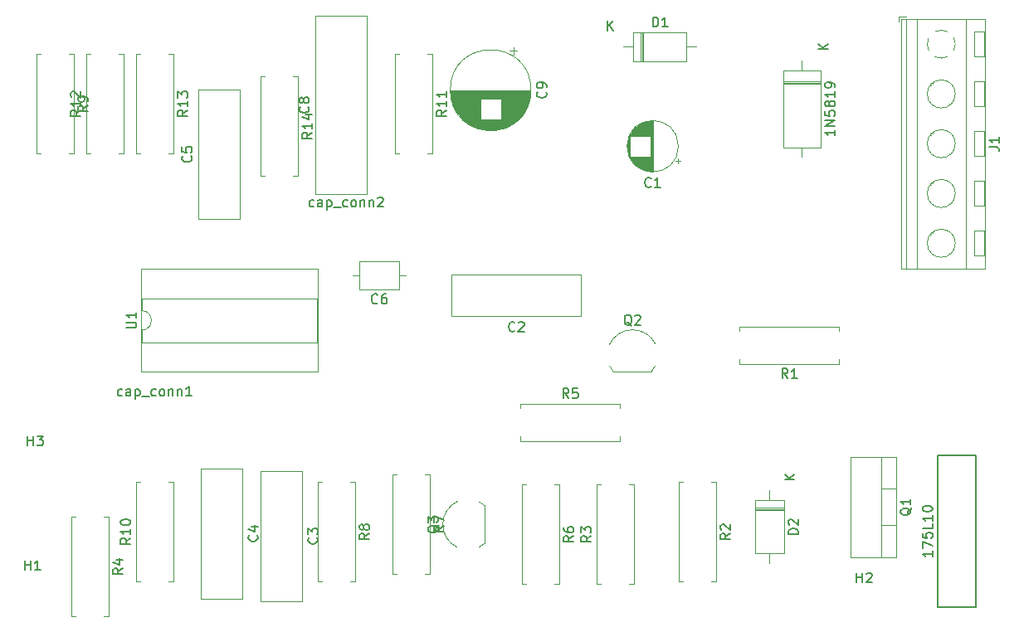
<source format=gbr>
G04 #@! TF.GenerationSoftware,KiCad,Pcbnew,(5.0.1)-4*
G04 #@! TF.CreationDate,2020-04-28T21:10:57-04:00*
G04 #@! TF.ProjectId,EFC_DIY_version,4546435F4449595F76657273696F6E2E,v01*
G04 #@! TF.SameCoordinates,Original*
G04 #@! TF.FileFunction,Legend,Top*
G04 #@! TF.FilePolarity,Positive*
%FSLAX46Y46*%
G04 Gerber Fmt 4.6, Leading zero omitted, Abs format (unit mm)*
G04 Created by KiCad (PCBNEW (5.0.1)-4) date 4/28/2020 9:10:57 PM*
%MOMM*%
%LPD*%
G01*
G04 APERTURE LIST*
%ADD10C,0.120000*%
%ADD11C,0.150000*%
G04 APERTURE END LIST*
D10*
G04 #@! TO.C,D1*
X185512000Y-44250000D02*
X185512000Y-47190000D01*
X185752000Y-44250000D02*
X185752000Y-47190000D01*
X185632000Y-44250000D02*
X185632000Y-47190000D01*
X191192000Y-45720000D02*
X190172000Y-45720000D01*
X183712000Y-45720000D02*
X184732000Y-45720000D01*
X190172000Y-44250000D02*
X184732000Y-44250000D01*
X190172000Y-47190000D02*
X190172000Y-44250000D01*
X184732000Y-47190000D02*
X190172000Y-47190000D01*
X184732000Y-44250000D02*
X184732000Y-47190000D01*
G04 #@! TO.C,D2*
X200098000Y-92022000D02*
X197158000Y-92022000D01*
X197158000Y-92022000D02*
X197158000Y-97462000D01*
X197158000Y-97462000D02*
X200098000Y-97462000D01*
X200098000Y-97462000D02*
X200098000Y-92022000D01*
X198628000Y-91002000D02*
X198628000Y-92022000D01*
X198628000Y-98482000D02*
X198628000Y-97462000D01*
X200098000Y-92922000D02*
X197158000Y-92922000D01*
X200098000Y-93042000D02*
X197158000Y-93042000D01*
X200098000Y-92802000D02*
X197158000Y-92802000D01*
G04 #@! TO.C,Q1*
X211550000Y-87590000D02*
X211550000Y-97830000D01*
X206909000Y-87590000D02*
X206909000Y-97830000D01*
X211550000Y-87590000D02*
X206909000Y-87590000D01*
X211550000Y-97830000D02*
X206909000Y-97830000D01*
X210040000Y-87590000D02*
X210040000Y-97830000D01*
X211550000Y-90860000D02*
X210040000Y-90860000D01*
X211550000Y-94561000D02*
X210040000Y-94561000D01*
G04 #@! TO.C,U1*
X134500000Y-68410000D02*
X134500000Y-78910000D01*
X152520000Y-68410000D02*
X134500000Y-68410000D01*
X152520000Y-78910000D02*
X152520000Y-68410000D01*
X134500000Y-78910000D02*
X152520000Y-78910000D01*
X134560000Y-71410000D02*
X134560000Y-72660000D01*
X152460000Y-71410000D02*
X134560000Y-71410000D01*
X152460000Y-75910000D02*
X152460000Y-71410000D01*
X134560000Y-75910000D02*
X152460000Y-75910000D01*
X134560000Y-74660000D02*
X134560000Y-75910000D01*
X134560000Y-72660000D02*
G75*
G02X134560000Y-74660000I0J-1000000D01*
G01*
G04 #@! TO.C,Q3*
X169006264Y-92185617D02*
G75*
G02X169594000Y-92578000I-1112264J-2302383D01*
G01*
X166795193Y-92131600D02*
G75*
G03X165294000Y-94488000I1098807J-2356400D01*
G01*
X166795193Y-96844400D02*
G75*
G02X165294000Y-94488000I1098807J2356400D01*
G01*
X169016045Y-96810631D02*
G75*
G03X169594000Y-96428000I-1122045J2322631D01*
G01*
X169594000Y-96428000D02*
X169594000Y-92578000D01*
G04 #@! TO.C,Q2*
X186960383Y-78328264D02*
G75*
G02X186568000Y-78916000I-2302383J1112264D01*
G01*
X187014400Y-76117193D02*
G75*
G03X184658000Y-74616000I-2356400J-1098807D01*
G01*
X182301600Y-76117193D02*
G75*
G02X184658000Y-74616000I2356400J-1098807D01*
G01*
X182335369Y-78338045D02*
G75*
G03X182718000Y-78916000I2322631J1122045D01*
G01*
X182718000Y-78916000D02*
X186568000Y-78916000D01*
D11*
G04 #@! TO.C,175L10*
X215790000Y-87440000D02*
X215790000Y-102940000D01*
X219690000Y-87440000D02*
X219690000Y-102940000D01*
X219690000Y-102940000D02*
X215790000Y-102940000D01*
X219690000Y-87440000D02*
X215790000Y-87440000D01*
D10*
G04 #@! TO.C,1N5819*
X203850000Y-48150000D02*
X200010000Y-48150000D01*
X200010000Y-48150000D02*
X200010000Y-55990000D01*
X200010000Y-55990000D02*
X203850000Y-55990000D01*
X203850000Y-55990000D02*
X203850000Y-48150000D01*
X201930000Y-47160000D02*
X201930000Y-48150000D01*
X201930000Y-56980000D02*
X201930000Y-55990000D01*
X203850000Y-49410000D02*
X200010000Y-49410000D01*
X203850000Y-49530000D02*
X200010000Y-49530000D01*
X203850000Y-49290000D02*
X200010000Y-49290000D01*
G04 #@! TO.C,C1*
X189330000Y-55880000D02*
G75*
G03X189330000Y-55880000I-2620000J0D01*
G01*
X186710000Y-58460000D02*
X186710000Y-53300000D01*
X186670000Y-58460000D02*
X186670000Y-53300000D01*
X186630000Y-58459000D02*
X186630000Y-53301000D01*
X186590000Y-58458000D02*
X186590000Y-53302000D01*
X186550000Y-58456000D02*
X186550000Y-53304000D01*
X186510000Y-58453000D02*
X186510000Y-53307000D01*
X186470000Y-58449000D02*
X186470000Y-56920000D01*
X186470000Y-54840000D02*
X186470000Y-53311000D01*
X186430000Y-58445000D02*
X186430000Y-56920000D01*
X186430000Y-54840000D02*
X186430000Y-53315000D01*
X186390000Y-58441000D02*
X186390000Y-56920000D01*
X186390000Y-54840000D02*
X186390000Y-53319000D01*
X186350000Y-58436000D02*
X186350000Y-56920000D01*
X186350000Y-54840000D02*
X186350000Y-53324000D01*
X186310000Y-58430000D02*
X186310000Y-56920000D01*
X186310000Y-54840000D02*
X186310000Y-53330000D01*
X186270000Y-58423000D02*
X186270000Y-56920000D01*
X186270000Y-54840000D02*
X186270000Y-53337000D01*
X186230000Y-58416000D02*
X186230000Y-56920000D01*
X186230000Y-54840000D02*
X186230000Y-53344000D01*
X186190000Y-58408000D02*
X186190000Y-56920000D01*
X186190000Y-54840000D02*
X186190000Y-53352000D01*
X186150000Y-58400000D02*
X186150000Y-56920000D01*
X186150000Y-54840000D02*
X186150000Y-53360000D01*
X186110000Y-58391000D02*
X186110000Y-56920000D01*
X186110000Y-54840000D02*
X186110000Y-53369000D01*
X186070000Y-58381000D02*
X186070000Y-56920000D01*
X186070000Y-54840000D02*
X186070000Y-53379000D01*
X186030000Y-58371000D02*
X186030000Y-56920000D01*
X186030000Y-54840000D02*
X186030000Y-53389000D01*
X185989000Y-58360000D02*
X185989000Y-56920000D01*
X185989000Y-54840000D02*
X185989000Y-53400000D01*
X185949000Y-58348000D02*
X185949000Y-56920000D01*
X185949000Y-54840000D02*
X185949000Y-53412000D01*
X185909000Y-58335000D02*
X185909000Y-56920000D01*
X185909000Y-54840000D02*
X185909000Y-53425000D01*
X185869000Y-58322000D02*
X185869000Y-56920000D01*
X185869000Y-54840000D02*
X185869000Y-53438000D01*
X185829000Y-58308000D02*
X185829000Y-56920000D01*
X185829000Y-54840000D02*
X185829000Y-53452000D01*
X185789000Y-58294000D02*
X185789000Y-56920000D01*
X185789000Y-54840000D02*
X185789000Y-53466000D01*
X185749000Y-58278000D02*
X185749000Y-56920000D01*
X185749000Y-54840000D02*
X185749000Y-53482000D01*
X185709000Y-58262000D02*
X185709000Y-56920000D01*
X185709000Y-54840000D02*
X185709000Y-53498000D01*
X185669000Y-58245000D02*
X185669000Y-56920000D01*
X185669000Y-54840000D02*
X185669000Y-53515000D01*
X185629000Y-58228000D02*
X185629000Y-56920000D01*
X185629000Y-54840000D02*
X185629000Y-53532000D01*
X185589000Y-58209000D02*
X185589000Y-56920000D01*
X185589000Y-54840000D02*
X185589000Y-53551000D01*
X185549000Y-58190000D02*
X185549000Y-56920000D01*
X185549000Y-54840000D02*
X185549000Y-53570000D01*
X185509000Y-58170000D02*
X185509000Y-56920000D01*
X185509000Y-54840000D02*
X185509000Y-53590000D01*
X185469000Y-58148000D02*
X185469000Y-56920000D01*
X185469000Y-54840000D02*
X185469000Y-53612000D01*
X185429000Y-58127000D02*
X185429000Y-56920000D01*
X185429000Y-54840000D02*
X185429000Y-53633000D01*
X185389000Y-58104000D02*
X185389000Y-56920000D01*
X185389000Y-54840000D02*
X185389000Y-53656000D01*
X185349000Y-58080000D02*
X185349000Y-56920000D01*
X185349000Y-54840000D02*
X185349000Y-53680000D01*
X185309000Y-58055000D02*
X185309000Y-56920000D01*
X185309000Y-54840000D02*
X185309000Y-53705000D01*
X185269000Y-58029000D02*
X185269000Y-56920000D01*
X185269000Y-54840000D02*
X185269000Y-53731000D01*
X185229000Y-58002000D02*
X185229000Y-56920000D01*
X185229000Y-54840000D02*
X185229000Y-53758000D01*
X185189000Y-57975000D02*
X185189000Y-56920000D01*
X185189000Y-54840000D02*
X185189000Y-53785000D01*
X185149000Y-57945000D02*
X185149000Y-56920000D01*
X185149000Y-54840000D02*
X185149000Y-53815000D01*
X185109000Y-57915000D02*
X185109000Y-56920000D01*
X185109000Y-54840000D02*
X185109000Y-53845000D01*
X185069000Y-57884000D02*
X185069000Y-56920000D01*
X185069000Y-54840000D02*
X185069000Y-53876000D01*
X185029000Y-57851000D02*
X185029000Y-56920000D01*
X185029000Y-54840000D02*
X185029000Y-53909000D01*
X184989000Y-57817000D02*
X184989000Y-56920000D01*
X184989000Y-54840000D02*
X184989000Y-53943000D01*
X184949000Y-57781000D02*
X184949000Y-56920000D01*
X184949000Y-54840000D02*
X184949000Y-53979000D01*
X184909000Y-57744000D02*
X184909000Y-56920000D01*
X184909000Y-54840000D02*
X184909000Y-54016000D01*
X184869000Y-57706000D02*
X184869000Y-56920000D01*
X184869000Y-54840000D02*
X184869000Y-54054000D01*
X184829000Y-57665000D02*
X184829000Y-56920000D01*
X184829000Y-54840000D02*
X184829000Y-54095000D01*
X184789000Y-57623000D02*
X184789000Y-56920000D01*
X184789000Y-54840000D02*
X184789000Y-54137000D01*
X184749000Y-57579000D02*
X184749000Y-56920000D01*
X184749000Y-54840000D02*
X184749000Y-54181000D01*
X184709000Y-57533000D02*
X184709000Y-56920000D01*
X184709000Y-54840000D02*
X184709000Y-54227000D01*
X184669000Y-57485000D02*
X184669000Y-56920000D01*
X184669000Y-54840000D02*
X184669000Y-54275000D01*
X184629000Y-57434000D02*
X184629000Y-56920000D01*
X184629000Y-54840000D02*
X184629000Y-54326000D01*
X184589000Y-57380000D02*
X184589000Y-56920000D01*
X184589000Y-54840000D02*
X184589000Y-54380000D01*
X184549000Y-57323000D02*
X184549000Y-56920000D01*
X184549000Y-54840000D02*
X184549000Y-54437000D01*
X184509000Y-57263000D02*
X184509000Y-56920000D01*
X184509000Y-54840000D02*
X184509000Y-54497000D01*
X184469000Y-57199000D02*
X184469000Y-56920000D01*
X184469000Y-54840000D02*
X184469000Y-54561000D01*
X184429000Y-57131000D02*
X184429000Y-56920000D01*
X184429000Y-54840000D02*
X184429000Y-54629000D01*
X184389000Y-57058000D02*
X184389000Y-54702000D01*
X184349000Y-56978000D02*
X184349000Y-54782000D01*
X184309000Y-56891000D02*
X184309000Y-54869000D01*
X184269000Y-56795000D02*
X184269000Y-54965000D01*
X184229000Y-56685000D02*
X184229000Y-55075000D01*
X184189000Y-56557000D02*
X184189000Y-55203000D01*
X184149000Y-56398000D02*
X184149000Y-55362000D01*
X184109000Y-56164000D02*
X184109000Y-55596000D01*
X189514775Y-57355000D02*
X189014775Y-57355000D01*
X189264775Y-57605000D02*
X189264775Y-57105000D01*
G04 #@! TO.C,C2*
X166180000Y-73240000D02*
X166180000Y-69000000D01*
X179420000Y-73240000D02*
X179420000Y-69000000D01*
X179420000Y-69000000D02*
X166180000Y-69000000D01*
X179420000Y-73240000D02*
X166180000Y-73240000D01*
G04 #@! TO.C,C3*
X150964000Y-89058000D02*
X150964000Y-102298000D01*
X146724000Y-89058000D02*
X146724000Y-102298000D01*
X150964000Y-89058000D02*
X146724000Y-89058000D01*
X150964000Y-102298000D02*
X146724000Y-102298000D01*
G04 #@! TO.C,C4*
X144868000Y-88804000D02*
X144868000Y-102044000D01*
X140628000Y-88804000D02*
X140628000Y-102044000D01*
X144868000Y-88804000D02*
X140628000Y-88804000D01*
X144868000Y-102044000D02*
X140628000Y-102044000D01*
G04 #@! TO.C,C5*
X140374000Y-50102000D02*
X144614000Y-50102000D01*
X140374000Y-63342000D02*
X144614000Y-63342000D01*
X144614000Y-63342000D02*
X144614000Y-50102000D01*
X140374000Y-63342000D02*
X140374000Y-50102000D01*
G04 #@! TO.C,C6*
X160830000Y-70508000D02*
X160830000Y-67668000D01*
X160830000Y-67668000D02*
X156790000Y-67668000D01*
X156790000Y-67668000D02*
X156790000Y-70508000D01*
X156790000Y-70508000D02*
X160830000Y-70508000D01*
X161520000Y-69088000D02*
X160830000Y-69088000D01*
X156100000Y-69088000D02*
X156790000Y-69088000D01*
G04 #@! TO.C,C8*
X152320000Y-60802000D02*
X152320000Y-42562000D01*
X157560000Y-60802000D02*
X157560000Y-42562000D01*
X152320000Y-60802000D02*
X157560000Y-60802000D01*
X152320000Y-42562000D02*
X157560000Y-42562000D01*
G04 #@! TO.C,C9*
X174300000Y-50160000D02*
G75*
G03X174300000Y-50160000I-4120000J0D01*
G01*
X174260000Y-50160000D02*
X166100000Y-50160000D01*
X174260000Y-50200000D02*
X166100000Y-50200000D01*
X174260000Y-50240000D02*
X166100000Y-50240000D01*
X174259000Y-50280000D02*
X166101000Y-50280000D01*
X174257000Y-50320000D02*
X166103000Y-50320000D01*
X174256000Y-50360000D02*
X166104000Y-50360000D01*
X174254000Y-50400000D02*
X166106000Y-50400000D01*
X174251000Y-50440000D02*
X166109000Y-50440000D01*
X174248000Y-50480000D02*
X166112000Y-50480000D01*
X174245000Y-50520000D02*
X166115000Y-50520000D01*
X174241000Y-50560000D02*
X166119000Y-50560000D01*
X174237000Y-50600000D02*
X166123000Y-50600000D01*
X174232000Y-50640000D02*
X166128000Y-50640000D01*
X174228000Y-50680000D02*
X166132000Y-50680000D01*
X174222000Y-50720000D02*
X166138000Y-50720000D01*
X174217000Y-50760000D02*
X166143000Y-50760000D01*
X174210000Y-50800000D02*
X166150000Y-50800000D01*
X174204000Y-50840000D02*
X166156000Y-50840000D01*
X174197000Y-50881000D02*
X166163000Y-50881000D01*
X174190000Y-50921000D02*
X166170000Y-50921000D01*
X174182000Y-50961000D02*
X166178000Y-50961000D01*
X174174000Y-51001000D02*
X166186000Y-51001000D01*
X174165000Y-51041000D02*
X171220000Y-51041000D01*
X169140000Y-51041000D02*
X166195000Y-51041000D01*
X174156000Y-51081000D02*
X171220000Y-51081000D01*
X169140000Y-51081000D02*
X166204000Y-51081000D01*
X174147000Y-51121000D02*
X171220000Y-51121000D01*
X169140000Y-51121000D02*
X166213000Y-51121000D01*
X174137000Y-51161000D02*
X171220000Y-51161000D01*
X169140000Y-51161000D02*
X166223000Y-51161000D01*
X174127000Y-51201000D02*
X171220000Y-51201000D01*
X169140000Y-51201000D02*
X166233000Y-51201000D01*
X174116000Y-51241000D02*
X171220000Y-51241000D01*
X169140000Y-51241000D02*
X166244000Y-51241000D01*
X174105000Y-51281000D02*
X171220000Y-51281000D01*
X169140000Y-51281000D02*
X166255000Y-51281000D01*
X174094000Y-51321000D02*
X171220000Y-51321000D01*
X169140000Y-51321000D02*
X166266000Y-51321000D01*
X174082000Y-51361000D02*
X171220000Y-51361000D01*
X169140000Y-51361000D02*
X166278000Y-51361000D01*
X174069000Y-51401000D02*
X171220000Y-51401000D01*
X169140000Y-51401000D02*
X166291000Y-51401000D01*
X174057000Y-51441000D02*
X171220000Y-51441000D01*
X169140000Y-51441000D02*
X166303000Y-51441000D01*
X174043000Y-51481000D02*
X171220000Y-51481000D01*
X169140000Y-51481000D02*
X166317000Y-51481000D01*
X174030000Y-51521000D02*
X171220000Y-51521000D01*
X169140000Y-51521000D02*
X166330000Y-51521000D01*
X174015000Y-51561000D02*
X171220000Y-51561000D01*
X169140000Y-51561000D02*
X166345000Y-51561000D01*
X174001000Y-51601000D02*
X171220000Y-51601000D01*
X169140000Y-51601000D02*
X166359000Y-51601000D01*
X173985000Y-51641000D02*
X171220000Y-51641000D01*
X169140000Y-51641000D02*
X166375000Y-51641000D01*
X173970000Y-51681000D02*
X171220000Y-51681000D01*
X169140000Y-51681000D02*
X166390000Y-51681000D01*
X173954000Y-51721000D02*
X171220000Y-51721000D01*
X169140000Y-51721000D02*
X166406000Y-51721000D01*
X173937000Y-51761000D02*
X171220000Y-51761000D01*
X169140000Y-51761000D02*
X166423000Y-51761000D01*
X173920000Y-51801000D02*
X171220000Y-51801000D01*
X169140000Y-51801000D02*
X166440000Y-51801000D01*
X173902000Y-51841000D02*
X171220000Y-51841000D01*
X169140000Y-51841000D02*
X166458000Y-51841000D01*
X173884000Y-51881000D02*
X171220000Y-51881000D01*
X169140000Y-51881000D02*
X166476000Y-51881000D01*
X173866000Y-51921000D02*
X171220000Y-51921000D01*
X169140000Y-51921000D02*
X166494000Y-51921000D01*
X173846000Y-51961000D02*
X171220000Y-51961000D01*
X169140000Y-51961000D02*
X166514000Y-51961000D01*
X173827000Y-52001000D02*
X171220000Y-52001000D01*
X169140000Y-52001000D02*
X166533000Y-52001000D01*
X173807000Y-52041000D02*
X171220000Y-52041000D01*
X169140000Y-52041000D02*
X166553000Y-52041000D01*
X173786000Y-52081000D02*
X171220000Y-52081000D01*
X169140000Y-52081000D02*
X166574000Y-52081000D01*
X173764000Y-52121000D02*
X171220000Y-52121000D01*
X169140000Y-52121000D02*
X166596000Y-52121000D01*
X173742000Y-52161000D02*
X171220000Y-52161000D01*
X169140000Y-52161000D02*
X166618000Y-52161000D01*
X173720000Y-52201000D02*
X171220000Y-52201000D01*
X169140000Y-52201000D02*
X166640000Y-52201000D01*
X173697000Y-52241000D02*
X171220000Y-52241000D01*
X169140000Y-52241000D02*
X166663000Y-52241000D01*
X173673000Y-52281000D02*
X171220000Y-52281000D01*
X169140000Y-52281000D02*
X166687000Y-52281000D01*
X173649000Y-52321000D02*
X171220000Y-52321000D01*
X169140000Y-52321000D02*
X166711000Y-52321000D01*
X173624000Y-52361000D02*
X171220000Y-52361000D01*
X169140000Y-52361000D02*
X166736000Y-52361000D01*
X173598000Y-52401000D02*
X171220000Y-52401000D01*
X169140000Y-52401000D02*
X166762000Y-52401000D01*
X173572000Y-52441000D02*
X171220000Y-52441000D01*
X169140000Y-52441000D02*
X166788000Y-52441000D01*
X173545000Y-52481000D02*
X171220000Y-52481000D01*
X169140000Y-52481000D02*
X166815000Y-52481000D01*
X173518000Y-52521000D02*
X171220000Y-52521000D01*
X169140000Y-52521000D02*
X166842000Y-52521000D01*
X173489000Y-52561000D02*
X171220000Y-52561000D01*
X169140000Y-52561000D02*
X166871000Y-52561000D01*
X173460000Y-52601000D02*
X171220000Y-52601000D01*
X169140000Y-52601000D02*
X166900000Y-52601000D01*
X173430000Y-52641000D02*
X171220000Y-52641000D01*
X169140000Y-52641000D02*
X166930000Y-52641000D01*
X173400000Y-52681000D02*
X171220000Y-52681000D01*
X169140000Y-52681000D02*
X166960000Y-52681000D01*
X173369000Y-52721000D02*
X171220000Y-52721000D01*
X169140000Y-52721000D02*
X166991000Y-52721000D01*
X173336000Y-52761000D02*
X171220000Y-52761000D01*
X169140000Y-52761000D02*
X167024000Y-52761000D01*
X173304000Y-52801000D02*
X171220000Y-52801000D01*
X169140000Y-52801000D02*
X167056000Y-52801000D01*
X173270000Y-52841000D02*
X171220000Y-52841000D01*
X169140000Y-52841000D02*
X167090000Y-52841000D01*
X173235000Y-52881000D02*
X171220000Y-52881000D01*
X169140000Y-52881000D02*
X167125000Y-52881000D01*
X173199000Y-52921000D02*
X171220000Y-52921000D01*
X169140000Y-52921000D02*
X167161000Y-52921000D01*
X173163000Y-52961000D02*
X171220000Y-52961000D01*
X169140000Y-52961000D02*
X167197000Y-52961000D01*
X173125000Y-53001000D02*
X171220000Y-53001000D01*
X169140000Y-53001000D02*
X167235000Y-53001000D01*
X173087000Y-53041000D02*
X171220000Y-53041000D01*
X169140000Y-53041000D02*
X167273000Y-53041000D01*
X173047000Y-53081000D02*
X171220000Y-53081000D01*
X169140000Y-53081000D02*
X167313000Y-53081000D01*
X173006000Y-53121000D02*
X167354000Y-53121000D01*
X172964000Y-53161000D02*
X167396000Y-53161000D01*
X172921000Y-53201000D02*
X167439000Y-53201000D01*
X172877000Y-53241000D02*
X167483000Y-53241000D01*
X172831000Y-53281000D02*
X167529000Y-53281000D01*
X172784000Y-53321000D02*
X167576000Y-53321000D01*
X172736000Y-53361000D02*
X167624000Y-53361000D01*
X172685000Y-53401000D02*
X167675000Y-53401000D01*
X172634000Y-53441000D02*
X167726000Y-53441000D01*
X172580000Y-53481000D02*
X167780000Y-53481000D01*
X172525000Y-53521000D02*
X167835000Y-53521000D01*
X172467000Y-53561000D02*
X167893000Y-53561000D01*
X172408000Y-53601000D02*
X167952000Y-53601000D01*
X172346000Y-53641000D02*
X168014000Y-53641000D01*
X172282000Y-53681000D02*
X168078000Y-53681000D01*
X172214000Y-53721000D02*
X168146000Y-53721000D01*
X172144000Y-53761000D02*
X168216000Y-53761000D01*
X172070000Y-53801000D02*
X168290000Y-53801000D01*
X171993000Y-53841000D02*
X168367000Y-53841000D01*
X171911000Y-53881000D02*
X168449000Y-53881000D01*
X171825000Y-53921000D02*
X168535000Y-53921000D01*
X171732000Y-53961000D02*
X168628000Y-53961000D01*
X171633000Y-54001000D02*
X168727000Y-54001000D01*
X171526000Y-54041000D02*
X168834000Y-54041000D01*
X171409000Y-54081000D02*
X168951000Y-54081000D01*
X171278000Y-54121000D02*
X169082000Y-54121000D01*
X171128000Y-54161000D02*
X169232000Y-54161000D01*
X170948000Y-54201000D02*
X169412000Y-54201000D01*
X170713000Y-54241000D02*
X169647000Y-54241000D01*
X172495000Y-45750302D02*
X172495000Y-46550302D01*
X172895000Y-46150302D02*
X172095000Y-46150302D01*
G04 #@! TO.C,J1*
X214868725Y-46092871D02*
G75*
G02X214724000Y-45466000I1285275J626871D01*
G01*
X216781362Y-46751824D02*
G75*
G02X215527000Y-46752000I-627362J1285824D01*
G01*
X217439824Y-44838638D02*
G75*
G02X217440000Y-46093000I-1285824J-627362D01*
G01*
X215527254Y-44179389D02*
G75*
G02X216782000Y-44180000I626746J-1286611D01*
G01*
X214723060Y-45490280D02*
G75*
G02X214868000Y-44838000I1430940J24280D01*
G01*
X217584000Y-50546000D02*
G75*
G03X217584000Y-50546000I-1430000J0D01*
G01*
X217584000Y-55626000D02*
G75*
G03X217584000Y-55626000I-1430000J0D01*
G01*
X217584000Y-60706000D02*
G75*
G03X217584000Y-60706000I-1430000J0D01*
G01*
X217584000Y-65786000D02*
G75*
G03X217584000Y-65786000I-1430000J0D01*
G01*
X212604000Y-42866000D02*
X212604000Y-68386000D01*
X213704000Y-42866000D02*
X213704000Y-68386000D01*
X218704000Y-42866000D02*
X218704000Y-68386000D01*
X220614000Y-42866000D02*
X220614000Y-68386000D01*
X212044000Y-42866000D02*
X212044000Y-68386000D01*
X220614000Y-42866000D02*
X212044000Y-42866000D01*
X220614000Y-68386000D02*
X212044000Y-68386000D01*
X220554000Y-44216000D02*
X220554000Y-46716000D01*
X219554000Y-44216000D02*
X219554000Y-46716000D01*
X220554000Y-44216000D02*
X219554000Y-44216000D01*
X220554000Y-46716000D02*
X219554000Y-46716000D01*
X217064000Y-51631000D02*
X217005000Y-51571000D01*
X215109000Y-49676000D02*
X215069000Y-49636000D01*
X217239000Y-51457000D02*
X217199000Y-51417000D01*
X215304000Y-49522000D02*
X215244000Y-49462000D01*
X220554000Y-49296000D02*
X220554000Y-51796000D01*
X219554000Y-49296000D02*
X219554000Y-51796000D01*
X220554000Y-49296000D02*
X219554000Y-49296000D01*
X220554000Y-51796000D02*
X219554000Y-51796000D01*
X217064000Y-56711000D02*
X217005000Y-56651000D01*
X215109000Y-54756000D02*
X215069000Y-54716000D01*
X217239000Y-56537000D02*
X217199000Y-56497000D01*
X215304000Y-54602000D02*
X215244000Y-54542000D01*
X220554000Y-54376000D02*
X220554000Y-56876000D01*
X219554000Y-54376000D02*
X219554000Y-56876000D01*
X220554000Y-54376000D02*
X219554000Y-54376000D01*
X220554000Y-56876000D02*
X219554000Y-56876000D01*
X217064000Y-61791000D02*
X217005000Y-61731000D01*
X215109000Y-59836000D02*
X215069000Y-59796000D01*
X217239000Y-61617000D02*
X217199000Y-61577000D01*
X215304000Y-59682000D02*
X215244000Y-59622000D01*
X220554000Y-59456000D02*
X220554000Y-61956000D01*
X219554000Y-59456000D02*
X219554000Y-61956000D01*
X220554000Y-59456000D02*
X219554000Y-59456000D01*
X220554000Y-61956000D02*
X219554000Y-61956000D01*
X217064000Y-66871000D02*
X217005000Y-66811000D01*
X215109000Y-64916000D02*
X215069000Y-64876000D01*
X217239000Y-66697000D02*
X217199000Y-66657000D01*
X215304000Y-64762000D02*
X215244000Y-64702000D01*
X220554000Y-64536000D02*
X220554000Y-67036000D01*
X219554000Y-64536000D02*
X219554000Y-67036000D01*
X220554000Y-64536000D02*
X219554000Y-64536000D01*
X220554000Y-67036000D02*
X219554000Y-67036000D01*
X212544000Y-42626000D02*
X211804000Y-42626000D01*
X211804000Y-42626000D02*
X211804000Y-43126000D01*
G04 #@! TO.C,R1*
X205730000Y-77640000D02*
X205730000Y-78120000D01*
X205730000Y-78120000D02*
X195590000Y-78120000D01*
X195590000Y-78120000D02*
X195590000Y-77640000D01*
X205730000Y-74760000D02*
X205730000Y-74280000D01*
X205730000Y-74280000D02*
X195590000Y-74280000D01*
X195590000Y-74280000D02*
X195590000Y-74760000D01*
G04 #@! TO.C,R2*
X192702000Y-90180000D02*
X193182000Y-90180000D01*
X193182000Y-90180000D02*
X193182000Y-100320000D01*
X193182000Y-100320000D02*
X192702000Y-100320000D01*
X189822000Y-90180000D02*
X189342000Y-90180000D01*
X189342000Y-90180000D02*
X189342000Y-100320000D01*
X189342000Y-100320000D02*
X189822000Y-100320000D01*
G04 #@! TO.C,R3*
X184800000Y-90434000D02*
X184320000Y-90434000D01*
X184800000Y-100574000D02*
X184800000Y-90434000D01*
X184320000Y-100574000D02*
X184800000Y-100574000D01*
X180960000Y-90434000D02*
X181440000Y-90434000D01*
X180960000Y-100574000D02*
X180960000Y-90434000D01*
X181440000Y-100574000D02*
X180960000Y-100574000D01*
G04 #@! TO.C,R4*
X127366000Y-103876000D02*
X127846000Y-103876000D01*
X127366000Y-93736000D02*
X127366000Y-103876000D01*
X127846000Y-93736000D02*
X127366000Y-93736000D01*
X131206000Y-103876000D02*
X130726000Y-103876000D01*
X131206000Y-93736000D02*
X131206000Y-103876000D01*
X130726000Y-93736000D02*
X131206000Y-93736000D01*
G04 #@! TO.C,R5*
X183378000Y-85994000D02*
X183378000Y-85514000D01*
X173238000Y-85994000D02*
X183378000Y-85994000D01*
X173238000Y-85514000D02*
X173238000Y-85994000D01*
X183378000Y-82154000D02*
X183378000Y-82634000D01*
X173238000Y-82154000D02*
X183378000Y-82154000D01*
X173238000Y-82634000D02*
X173238000Y-82154000D01*
G04 #@! TO.C,R6*
X176700000Y-90434000D02*
X177180000Y-90434000D01*
X177180000Y-90434000D02*
X177180000Y-100574000D01*
X177180000Y-100574000D02*
X176700000Y-100574000D01*
X173820000Y-90434000D02*
X173340000Y-90434000D01*
X173340000Y-90434000D02*
X173340000Y-100574000D01*
X173340000Y-100574000D02*
X173820000Y-100574000D01*
G04 #@! TO.C,R7*
X163492000Y-89418000D02*
X163972000Y-89418000D01*
X163972000Y-89418000D02*
X163972000Y-99558000D01*
X163972000Y-99558000D02*
X163492000Y-99558000D01*
X160612000Y-89418000D02*
X160132000Y-89418000D01*
X160132000Y-89418000D02*
X160132000Y-99558000D01*
X160132000Y-99558000D02*
X160612000Y-99558000D01*
G04 #@! TO.C,R8*
X152512000Y-100320000D02*
X152992000Y-100320000D01*
X152512000Y-90180000D02*
X152512000Y-100320000D01*
X152992000Y-90180000D02*
X152512000Y-90180000D01*
X156352000Y-100320000D02*
X155872000Y-100320000D01*
X156352000Y-90180000D02*
X156352000Y-100320000D01*
X155872000Y-90180000D02*
X156352000Y-90180000D01*
G04 #@! TO.C,R9*
X127170000Y-46492000D02*
X127650000Y-46492000D01*
X127650000Y-46492000D02*
X127650000Y-56632000D01*
X127650000Y-56632000D02*
X127170000Y-56632000D01*
X124290000Y-46492000D02*
X123810000Y-46492000D01*
X123810000Y-46492000D02*
X123810000Y-56632000D01*
X123810000Y-56632000D02*
X124290000Y-56632000D01*
G04 #@! TO.C,R10*
X137810000Y-90180000D02*
X137330000Y-90180000D01*
X137810000Y-100320000D02*
X137810000Y-90180000D01*
X137330000Y-100320000D02*
X137810000Y-100320000D01*
X133970000Y-90180000D02*
X134450000Y-90180000D01*
X133970000Y-100320000D02*
X133970000Y-90180000D01*
X134450000Y-100320000D02*
X133970000Y-100320000D01*
G04 #@! TO.C,R11*
X160386000Y-56632000D02*
X160866000Y-56632000D01*
X160386000Y-46492000D02*
X160386000Y-56632000D01*
X160866000Y-46492000D02*
X160386000Y-46492000D01*
X164226000Y-56632000D02*
X163746000Y-56632000D01*
X164226000Y-46492000D02*
X164226000Y-56632000D01*
X163746000Y-46492000D02*
X164226000Y-46492000D01*
G04 #@! TO.C,R12*
X129370000Y-56632000D02*
X128890000Y-56632000D01*
X128890000Y-56632000D02*
X128890000Y-46492000D01*
X128890000Y-46492000D02*
X129370000Y-46492000D01*
X132250000Y-56632000D02*
X132730000Y-56632000D01*
X132730000Y-56632000D02*
X132730000Y-46492000D01*
X132730000Y-46492000D02*
X132250000Y-46492000D01*
G04 #@! TO.C,R13*
X137330000Y-46492000D02*
X137810000Y-46492000D01*
X137810000Y-46492000D02*
X137810000Y-56632000D01*
X137810000Y-56632000D02*
X137330000Y-56632000D01*
X134450000Y-46492000D02*
X133970000Y-46492000D01*
X133970000Y-46492000D02*
X133970000Y-56632000D01*
X133970000Y-56632000D02*
X134450000Y-56632000D01*
G04 #@! TO.C,R14*
X146670000Y-58918000D02*
X147150000Y-58918000D01*
X146670000Y-48778000D02*
X146670000Y-58918000D01*
X147150000Y-48778000D02*
X146670000Y-48778000D01*
X150510000Y-58918000D02*
X150030000Y-58918000D01*
X150510000Y-48778000D02*
X150510000Y-58918000D01*
X150030000Y-48778000D02*
X150510000Y-48778000D01*
G04 #@! TO.C,D1*
D11*
X186713904Y-43702380D02*
X186713904Y-42702380D01*
X186952000Y-42702380D01*
X187094857Y-42750000D01*
X187190095Y-42845238D01*
X187237714Y-42940476D01*
X187285333Y-43130952D01*
X187285333Y-43273809D01*
X187237714Y-43464285D01*
X187190095Y-43559523D01*
X187094857Y-43654761D01*
X186952000Y-43702380D01*
X186713904Y-43702380D01*
X188237714Y-43702380D02*
X187666285Y-43702380D01*
X187952000Y-43702380D02*
X187952000Y-42702380D01*
X187856761Y-42845238D01*
X187761523Y-42940476D01*
X187666285Y-42988095D01*
X182110095Y-44072380D02*
X182110095Y-43072380D01*
X182681523Y-44072380D02*
X182252952Y-43500952D01*
X182681523Y-43072380D02*
X182110095Y-43643809D01*
G04 #@! TO.C,D2*
X201550380Y-95480095D02*
X200550380Y-95480095D01*
X200550380Y-95242000D01*
X200598000Y-95099142D01*
X200693238Y-95003904D01*
X200788476Y-94956285D01*
X200978952Y-94908666D01*
X201121809Y-94908666D01*
X201312285Y-94956285D01*
X201407523Y-95003904D01*
X201502761Y-95099142D01*
X201550380Y-95242000D01*
X201550380Y-95480095D01*
X200645619Y-94527714D02*
X200598000Y-94480095D01*
X200550380Y-94384857D01*
X200550380Y-94146761D01*
X200598000Y-94051523D01*
X200645619Y-94003904D01*
X200740857Y-93956285D01*
X200836095Y-93956285D01*
X200978952Y-94003904D01*
X201550380Y-94575333D01*
X201550380Y-93956285D01*
X201180380Y-89923904D02*
X200180380Y-89923904D01*
X201180380Y-89352476D02*
X200608952Y-89781047D01*
X200180380Y-89352476D02*
X200751809Y-89923904D01*
G04 #@! TO.C,Q1*
X213097619Y-92805238D02*
X213050000Y-92900476D01*
X212954761Y-92995714D01*
X212811904Y-93138571D01*
X212764285Y-93233809D01*
X212764285Y-93329047D01*
X213002380Y-93281428D02*
X212954761Y-93376666D01*
X212859523Y-93471904D01*
X212669047Y-93519523D01*
X212335714Y-93519523D01*
X212145238Y-93471904D01*
X212050000Y-93376666D01*
X212002380Y-93281428D01*
X212002380Y-93090952D01*
X212050000Y-92995714D01*
X212145238Y-92900476D01*
X212335714Y-92852857D01*
X212669047Y-92852857D01*
X212859523Y-92900476D01*
X212954761Y-92995714D01*
X213002380Y-93090952D01*
X213002380Y-93281428D01*
X213002380Y-91900476D02*
X213002380Y-92471904D01*
X213002380Y-92186190D02*
X212002380Y-92186190D01*
X212145238Y-92281428D01*
X212240476Y-92376666D01*
X212288095Y-92471904D01*
G04 #@! TO.C,U1*
X133012380Y-74421904D02*
X133821904Y-74421904D01*
X133917142Y-74374285D01*
X133964761Y-74326666D01*
X134012380Y-74231428D01*
X134012380Y-74040952D01*
X133964761Y-73945714D01*
X133917142Y-73898095D01*
X133821904Y-73850476D01*
X133012380Y-73850476D01*
X134012380Y-72850476D02*
X134012380Y-73421904D01*
X134012380Y-73136190D02*
X133012380Y-73136190D01*
X133155238Y-73231428D01*
X133250476Y-73326666D01*
X133298095Y-73421904D01*
G04 #@! TO.C,Q3*
X164881619Y-94583238D02*
X164834000Y-94678476D01*
X164738761Y-94773714D01*
X164595904Y-94916571D01*
X164548285Y-95011809D01*
X164548285Y-95107047D01*
X164786380Y-95059428D02*
X164738761Y-95154666D01*
X164643523Y-95249904D01*
X164453047Y-95297523D01*
X164119714Y-95297523D01*
X163929238Y-95249904D01*
X163834000Y-95154666D01*
X163786380Y-95059428D01*
X163786380Y-94868952D01*
X163834000Y-94773714D01*
X163929238Y-94678476D01*
X164119714Y-94630857D01*
X164453047Y-94630857D01*
X164643523Y-94678476D01*
X164738761Y-94773714D01*
X164786380Y-94868952D01*
X164786380Y-95059428D01*
X163786380Y-94297523D02*
X163786380Y-93678476D01*
X164167333Y-94011809D01*
X164167333Y-93868952D01*
X164214952Y-93773714D01*
X164262571Y-93726095D01*
X164357809Y-93678476D01*
X164595904Y-93678476D01*
X164691142Y-93726095D01*
X164738761Y-93773714D01*
X164786380Y-93868952D01*
X164786380Y-94154666D01*
X164738761Y-94249904D01*
X164691142Y-94297523D01*
G04 #@! TO.C,Q2*
X184562761Y-74203619D02*
X184467523Y-74156000D01*
X184372285Y-74060761D01*
X184229428Y-73917904D01*
X184134190Y-73870285D01*
X184038952Y-73870285D01*
X184086571Y-74108380D02*
X183991333Y-74060761D01*
X183896095Y-73965523D01*
X183848476Y-73775047D01*
X183848476Y-73441714D01*
X183896095Y-73251238D01*
X183991333Y-73156000D01*
X184086571Y-73108380D01*
X184277047Y-73108380D01*
X184372285Y-73156000D01*
X184467523Y-73251238D01*
X184515142Y-73441714D01*
X184515142Y-73775047D01*
X184467523Y-73965523D01*
X184372285Y-74060761D01*
X184277047Y-74108380D01*
X184086571Y-74108380D01*
X184896095Y-73203619D02*
X184943714Y-73156000D01*
X185038952Y-73108380D01*
X185277047Y-73108380D01*
X185372285Y-73156000D01*
X185419904Y-73203619D01*
X185467523Y-73298857D01*
X185467523Y-73394095D01*
X185419904Y-73536952D01*
X184848476Y-74108380D01*
X185467523Y-74108380D01*
G04 #@! TO.C,175L10*
X215242380Y-97213809D02*
X215242380Y-97785238D01*
X215242380Y-97499523D02*
X214242380Y-97499523D01*
X214385238Y-97594761D01*
X214480476Y-97690000D01*
X214528095Y-97785238D01*
X214242380Y-96880476D02*
X214242380Y-96213809D01*
X215242380Y-96642380D01*
X214242380Y-95356666D02*
X214242380Y-95832857D01*
X214718571Y-95880476D01*
X214670952Y-95832857D01*
X214623333Y-95737619D01*
X214623333Y-95499523D01*
X214670952Y-95404285D01*
X214718571Y-95356666D01*
X214813809Y-95309047D01*
X215051904Y-95309047D01*
X215147142Y-95356666D01*
X215194761Y-95404285D01*
X215242380Y-95499523D01*
X215242380Y-95737619D01*
X215194761Y-95832857D01*
X215147142Y-95880476D01*
X215242380Y-94404285D02*
X215242380Y-94880476D01*
X214242380Y-94880476D01*
X215242380Y-93547142D02*
X215242380Y-94118571D01*
X215242380Y-93832857D02*
X214242380Y-93832857D01*
X214385238Y-93928095D01*
X214480476Y-94023333D01*
X214528095Y-94118571D01*
X214242380Y-92928095D02*
X214242380Y-92832857D01*
X214290000Y-92737619D01*
X214337619Y-92690000D01*
X214432857Y-92642380D01*
X214623333Y-92594761D01*
X214861428Y-92594761D01*
X215051904Y-92642380D01*
X215147142Y-92690000D01*
X215194761Y-92737619D01*
X215242380Y-92832857D01*
X215242380Y-92928095D01*
X215194761Y-93023333D01*
X215147142Y-93070952D01*
X215051904Y-93118571D01*
X214861428Y-93166190D01*
X214623333Y-93166190D01*
X214432857Y-93118571D01*
X214337619Y-93070952D01*
X214290000Y-93023333D01*
X214242380Y-92928095D01*
G04 #@! TO.C,1N5819*
X205302380Y-54212857D02*
X205302380Y-54784285D01*
X205302380Y-54498571D02*
X204302380Y-54498571D01*
X204445238Y-54593809D01*
X204540476Y-54689047D01*
X204588095Y-54784285D01*
X205302380Y-53784285D02*
X204302380Y-53784285D01*
X205302380Y-53212857D01*
X204302380Y-53212857D01*
X204302380Y-52260476D02*
X204302380Y-52736666D01*
X204778571Y-52784285D01*
X204730952Y-52736666D01*
X204683333Y-52641428D01*
X204683333Y-52403333D01*
X204730952Y-52308095D01*
X204778571Y-52260476D01*
X204873809Y-52212857D01*
X205111904Y-52212857D01*
X205207142Y-52260476D01*
X205254761Y-52308095D01*
X205302380Y-52403333D01*
X205302380Y-52641428D01*
X205254761Y-52736666D01*
X205207142Y-52784285D01*
X204730952Y-51641428D02*
X204683333Y-51736666D01*
X204635714Y-51784285D01*
X204540476Y-51831904D01*
X204492857Y-51831904D01*
X204397619Y-51784285D01*
X204350000Y-51736666D01*
X204302380Y-51641428D01*
X204302380Y-51450952D01*
X204350000Y-51355714D01*
X204397619Y-51308095D01*
X204492857Y-51260476D01*
X204540476Y-51260476D01*
X204635714Y-51308095D01*
X204683333Y-51355714D01*
X204730952Y-51450952D01*
X204730952Y-51641428D01*
X204778571Y-51736666D01*
X204826190Y-51784285D01*
X204921428Y-51831904D01*
X205111904Y-51831904D01*
X205207142Y-51784285D01*
X205254761Y-51736666D01*
X205302380Y-51641428D01*
X205302380Y-51450952D01*
X205254761Y-51355714D01*
X205207142Y-51308095D01*
X205111904Y-51260476D01*
X204921428Y-51260476D01*
X204826190Y-51308095D01*
X204778571Y-51355714D01*
X204730952Y-51450952D01*
X205302380Y-50308095D02*
X205302380Y-50879523D01*
X205302380Y-50593809D02*
X204302380Y-50593809D01*
X204445238Y-50689047D01*
X204540476Y-50784285D01*
X204588095Y-50879523D01*
X205302380Y-49831904D02*
X205302380Y-49641428D01*
X205254761Y-49546190D01*
X205207142Y-49498571D01*
X205064285Y-49403333D01*
X204873809Y-49355714D01*
X204492857Y-49355714D01*
X204397619Y-49403333D01*
X204350000Y-49450952D01*
X204302380Y-49546190D01*
X204302380Y-49736666D01*
X204350000Y-49831904D01*
X204397619Y-49879523D01*
X204492857Y-49927142D01*
X204730952Y-49927142D01*
X204826190Y-49879523D01*
X204873809Y-49831904D01*
X204921428Y-49736666D01*
X204921428Y-49546190D01*
X204873809Y-49450952D01*
X204826190Y-49403333D01*
X204730952Y-49355714D01*
X204582380Y-45981904D02*
X203582380Y-45981904D01*
X204582380Y-45410476D02*
X204010952Y-45839047D01*
X203582380Y-45410476D02*
X204153809Y-45981904D01*
G04 #@! TO.C,C1*
X186543333Y-59987142D02*
X186495714Y-60034761D01*
X186352857Y-60082380D01*
X186257619Y-60082380D01*
X186114761Y-60034761D01*
X186019523Y-59939523D01*
X185971904Y-59844285D01*
X185924285Y-59653809D01*
X185924285Y-59510952D01*
X185971904Y-59320476D01*
X186019523Y-59225238D01*
X186114761Y-59130000D01*
X186257619Y-59082380D01*
X186352857Y-59082380D01*
X186495714Y-59130000D01*
X186543333Y-59177619D01*
X187495714Y-60082380D02*
X186924285Y-60082380D01*
X187210000Y-60082380D02*
X187210000Y-59082380D01*
X187114761Y-59225238D01*
X187019523Y-59320476D01*
X186924285Y-59368095D01*
G04 #@! TO.C,C2*
X172633333Y-74727142D02*
X172585714Y-74774761D01*
X172442857Y-74822380D01*
X172347619Y-74822380D01*
X172204761Y-74774761D01*
X172109523Y-74679523D01*
X172061904Y-74584285D01*
X172014285Y-74393809D01*
X172014285Y-74250952D01*
X172061904Y-74060476D01*
X172109523Y-73965238D01*
X172204761Y-73870000D01*
X172347619Y-73822380D01*
X172442857Y-73822380D01*
X172585714Y-73870000D01*
X172633333Y-73917619D01*
X173014285Y-73917619D02*
X173061904Y-73870000D01*
X173157142Y-73822380D01*
X173395238Y-73822380D01*
X173490476Y-73870000D01*
X173538095Y-73917619D01*
X173585714Y-74012857D01*
X173585714Y-74108095D01*
X173538095Y-74250952D01*
X172966666Y-74822380D01*
X173585714Y-74822380D01*
G04 #@! TO.C,C3*
X152451142Y-95844666D02*
X152498761Y-95892285D01*
X152546380Y-96035142D01*
X152546380Y-96130380D01*
X152498761Y-96273238D01*
X152403523Y-96368476D01*
X152308285Y-96416095D01*
X152117809Y-96463714D01*
X151974952Y-96463714D01*
X151784476Y-96416095D01*
X151689238Y-96368476D01*
X151594000Y-96273238D01*
X151546380Y-96130380D01*
X151546380Y-96035142D01*
X151594000Y-95892285D01*
X151641619Y-95844666D01*
X151546380Y-95511333D02*
X151546380Y-94892285D01*
X151927333Y-95225619D01*
X151927333Y-95082761D01*
X151974952Y-94987523D01*
X152022571Y-94939904D01*
X152117809Y-94892285D01*
X152355904Y-94892285D01*
X152451142Y-94939904D01*
X152498761Y-94987523D01*
X152546380Y-95082761D01*
X152546380Y-95368476D01*
X152498761Y-95463714D01*
X152451142Y-95511333D01*
G04 #@! TO.C,C4*
X146355142Y-95590666D02*
X146402761Y-95638285D01*
X146450380Y-95781142D01*
X146450380Y-95876380D01*
X146402761Y-96019238D01*
X146307523Y-96114476D01*
X146212285Y-96162095D01*
X146021809Y-96209714D01*
X145878952Y-96209714D01*
X145688476Y-96162095D01*
X145593238Y-96114476D01*
X145498000Y-96019238D01*
X145450380Y-95876380D01*
X145450380Y-95781142D01*
X145498000Y-95638285D01*
X145545619Y-95590666D01*
X145783714Y-94733523D02*
X146450380Y-94733523D01*
X145402761Y-94971619D02*
X146117047Y-95209714D01*
X146117047Y-94590666D01*
G04 #@! TO.C,C5*
X139601142Y-56888666D02*
X139648761Y-56936285D01*
X139696380Y-57079142D01*
X139696380Y-57174380D01*
X139648761Y-57317238D01*
X139553523Y-57412476D01*
X139458285Y-57460095D01*
X139267809Y-57507714D01*
X139124952Y-57507714D01*
X138934476Y-57460095D01*
X138839238Y-57412476D01*
X138744000Y-57317238D01*
X138696380Y-57174380D01*
X138696380Y-57079142D01*
X138744000Y-56936285D01*
X138791619Y-56888666D01*
X138696380Y-55983904D02*
X138696380Y-56460095D01*
X139172571Y-56507714D01*
X139124952Y-56460095D01*
X139077333Y-56364857D01*
X139077333Y-56126761D01*
X139124952Y-56031523D01*
X139172571Y-55983904D01*
X139267809Y-55936285D01*
X139505904Y-55936285D01*
X139601142Y-55983904D01*
X139648761Y-56031523D01*
X139696380Y-56126761D01*
X139696380Y-56364857D01*
X139648761Y-56460095D01*
X139601142Y-56507714D01*
G04 #@! TO.C,C6*
X158643333Y-71865142D02*
X158595714Y-71912761D01*
X158452857Y-71960380D01*
X158357619Y-71960380D01*
X158214761Y-71912761D01*
X158119523Y-71817523D01*
X158071904Y-71722285D01*
X158024285Y-71531809D01*
X158024285Y-71388952D01*
X158071904Y-71198476D01*
X158119523Y-71103238D01*
X158214761Y-71008000D01*
X158357619Y-70960380D01*
X158452857Y-70960380D01*
X158595714Y-71008000D01*
X158643333Y-71055619D01*
X159500476Y-70960380D02*
X159310000Y-70960380D01*
X159214761Y-71008000D01*
X159167142Y-71055619D01*
X159071904Y-71198476D01*
X159024285Y-71388952D01*
X159024285Y-71769904D01*
X159071904Y-71865142D01*
X159119523Y-71912761D01*
X159214761Y-71960380D01*
X159405238Y-71960380D01*
X159500476Y-71912761D01*
X159548095Y-71865142D01*
X159595714Y-71769904D01*
X159595714Y-71531809D01*
X159548095Y-71436571D01*
X159500476Y-71388952D01*
X159405238Y-71341333D01*
X159214761Y-71341333D01*
X159119523Y-71388952D01*
X159071904Y-71436571D01*
X159024285Y-71531809D01*
G04 #@! TO.C,C8*
X151547142Y-51848666D02*
X151594761Y-51896285D01*
X151642380Y-52039142D01*
X151642380Y-52134380D01*
X151594761Y-52277238D01*
X151499523Y-52372476D01*
X151404285Y-52420095D01*
X151213809Y-52467714D01*
X151070952Y-52467714D01*
X150880476Y-52420095D01*
X150785238Y-52372476D01*
X150690000Y-52277238D01*
X150642380Y-52134380D01*
X150642380Y-52039142D01*
X150690000Y-51896285D01*
X150737619Y-51848666D01*
X151070952Y-51277238D02*
X151023333Y-51372476D01*
X150975714Y-51420095D01*
X150880476Y-51467714D01*
X150832857Y-51467714D01*
X150737619Y-51420095D01*
X150690000Y-51372476D01*
X150642380Y-51277238D01*
X150642380Y-51086761D01*
X150690000Y-50991523D01*
X150737619Y-50943904D01*
X150832857Y-50896285D01*
X150880476Y-50896285D01*
X150975714Y-50943904D01*
X151023333Y-50991523D01*
X151070952Y-51086761D01*
X151070952Y-51277238D01*
X151118571Y-51372476D01*
X151166190Y-51420095D01*
X151261428Y-51467714D01*
X151451904Y-51467714D01*
X151547142Y-51420095D01*
X151594761Y-51372476D01*
X151642380Y-51277238D01*
X151642380Y-51086761D01*
X151594761Y-50991523D01*
X151547142Y-50943904D01*
X151451904Y-50896285D01*
X151261428Y-50896285D01*
X151166190Y-50943904D01*
X151118571Y-50991523D01*
X151070952Y-51086761D01*
G04 #@! TO.C,C9*
X175787142Y-50326666D02*
X175834761Y-50374285D01*
X175882380Y-50517142D01*
X175882380Y-50612380D01*
X175834761Y-50755238D01*
X175739523Y-50850476D01*
X175644285Y-50898095D01*
X175453809Y-50945714D01*
X175310952Y-50945714D01*
X175120476Y-50898095D01*
X175025238Y-50850476D01*
X174930000Y-50755238D01*
X174882380Y-50612380D01*
X174882380Y-50517142D01*
X174930000Y-50374285D01*
X174977619Y-50326666D01*
X175882380Y-49850476D02*
X175882380Y-49660000D01*
X175834761Y-49564761D01*
X175787142Y-49517142D01*
X175644285Y-49421904D01*
X175453809Y-49374285D01*
X175072857Y-49374285D01*
X174977619Y-49421904D01*
X174930000Y-49469523D01*
X174882380Y-49564761D01*
X174882380Y-49755238D01*
X174930000Y-49850476D01*
X174977619Y-49898095D01*
X175072857Y-49945714D01*
X175310952Y-49945714D01*
X175406190Y-49898095D01*
X175453809Y-49850476D01*
X175501428Y-49755238D01*
X175501428Y-49564761D01*
X175453809Y-49469523D01*
X175406190Y-49421904D01*
X175310952Y-49374285D01*
G04 #@! TO.C,J1*
X221066380Y-55959333D02*
X221780666Y-55959333D01*
X221923523Y-56006952D01*
X222018761Y-56102190D01*
X222066380Y-56245047D01*
X222066380Y-56340285D01*
X222066380Y-54959333D02*
X222066380Y-55530761D01*
X222066380Y-55245047D02*
X221066380Y-55245047D01*
X221209238Y-55340285D01*
X221304476Y-55435523D01*
X221352095Y-55530761D01*
G04 #@! TO.C,R1*
X200493333Y-79572380D02*
X200160000Y-79096190D01*
X199921904Y-79572380D02*
X199921904Y-78572380D01*
X200302857Y-78572380D01*
X200398095Y-78620000D01*
X200445714Y-78667619D01*
X200493333Y-78762857D01*
X200493333Y-78905714D01*
X200445714Y-79000952D01*
X200398095Y-79048571D01*
X200302857Y-79096190D01*
X199921904Y-79096190D01*
X201445714Y-79572380D02*
X200874285Y-79572380D01*
X201160000Y-79572380D02*
X201160000Y-78572380D01*
X201064761Y-78715238D01*
X200969523Y-78810476D01*
X200874285Y-78858095D01*
G04 #@! TO.C,R2*
X194634380Y-95416666D02*
X194158190Y-95750000D01*
X194634380Y-95988095D02*
X193634380Y-95988095D01*
X193634380Y-95607142D01*
X193682000Y-95511904D01*
X193729619Y-95464285D01*
X193824857Y-95416666D01*
X193967714Y-95416666D01*
X194062952Y-95464285D01*
X194110571Y-95511904D01*
X194158190Y-95607142D01*
X194158190Y-95988095D01*
X193729619Y-95035714D02*
X193682000Y-94988095D01*
X193634380Y-94892857D01*
X193634380Y-94654761D01*
X193682000Y-94559523D01*
X193729619Y-94511904D01*
X193824857Y-94464285D01*
X193920095Y-94464285D01*
X194062952Y-94511904D01*
X194634380Y-95083333D01*
X194634380Y-94464285D01*
G04 #@! TO.C,R3*
X180412380Y-95670666D02*
X179936190Y-96004000D01*
X180412380Y-96242095D02*
X179412380Y-96242095D01*
X179412380Y-95861142D01*
X179460000Y-95765904D01*
X179507619Y-95718285D01*
X179602857Y-95670666D01*
X179745714Y-95670666D01*
X179840952Y-95718285D01*
X179888571Y-95765904D01*
X179936190Y-95861142D01*
X179936190Y-96242095D01*
X179412380Y-95337333D02*
X179412380Y-94718285D01*
X179793333Y-95051619D01*
X179793333Y-94908761D01*
X179840952Y-94813523D01*
X179888571Y-94765904D01*
X179983809Y-94718285D01*
X180221904Y-94718285D01*
X180317142Y-94765904D01*
X180364761Y-94813523D01*
X180412380Y-94908761D01*
X180412380Y-95194476D01*
X180364761Y-95289714D01*
X180317142Y-95337333D01*
G04 #@! TO.C,R4*
X132658380Y-98972666D02*
X132182190Y-99306000D01*
X132658380Y-99544095D02*
X131658380Y-99544095D01*
X131658380Y-99163142D01*
X131706000Y-99067904D01*
X131753619Y-99020285D01*
X131848857Y-98972666D01*
X131991714Y-98972666D01*
X132086952Y-99020285D01*
X132134571Y-99067904D01*
X132182190Y-99163142D01*
X132182190Y-99544095D01*
X131991714Y-98115523D02*
X132658380Y-98115523D01*
X131610761Y-98353619D02*
X132325047Y-98591714D01*
X132325047Y-97972666D01*
G04 #@! TO.C,R5*
X178141333Y-81606380D02*
X177808000Y-81130190D01*
X177569904Y-81606380D02*
X177569904Y-80606380D01*
X177950857Y-80606380D01*
X178046095Y-80654000D01*
X178093714Y-80701619D01*
X178141333Y-80796857D01*
X178141333Y-80939714D01*
X178093714Y-81034952D01*
X178046095Y-81082571D01*
X177950857Y-81130190D01*
X177569904Y-81130190D01*
X179046095Y-80606380D02*
X178569904Y-80606380D01*
X178522285Y-81082571D01*
X178569904Y-81034952D01*
X178665142Y-80987333D01*
X178903238Y-80987333D01*
X178998476Y-81034952D01*
X179046095Y-81082571D01*
X179093714Y-81177809D01*
X179093714Y-81415904D01*
X179046095Y-81511142D01*
X178998476Y-81558761D01*
X178903238Y-81606380D01*
X178665142Y-81606380D01*
X178569904Y-81558761D01*
X178522285Y-81511142D01*
G04 #@! TO.C,R6*
X178632380Y-95670666D02*
X178156190Y-96004000D01*
X178632380Y-96242095D02*
X177632380Y-96242095D01*
X177632380Y-95861142D01*
X177680000Y-95765904D01*
X177727619Y-95718285D01*
X177822857Y-95670666D01*
X177965714Y-95670666D01*
X178060952Y-95718285D01*
X178108571Y-95765904D01*
X178156190Y-95861142D01*
X178156190Y-96242095D01*
X177632380Y-94813523D02*
X177632380Y-95004000D01*
X177680000Y-95099238D01*
X177727619Y-95146857D01*
X177870476Y-95242095D01*
X178060952Y-95289714D01*
X178441904Y-95289714D01*
X178537142Y-95242095D01*
X178584761Y-95194476D01*
X178632380Y-95099238D01*
X178632380Y-94908761D01*
X178584761Y-94813523D01*
X178537142Y-94765904D01*
X178441904Y-94718285D01*
X178203809Y-94718285D01*
X178108571Y-94765904D01*
X178060952Y-94813523D01*
X178013333Y-94908761D01*
X178013333Y-95099238D01*
X178060952Y-95194476D01*
X178108571Y-95242095D01*
X178203809Y-95289714D01*
G04 #@! TO.C,R7*
X165424380Y-94654666D02*
X164948190Y-94988000D01*
X165424380Y-95226095D02*
X164424380Y-95226095D01*
X164424380Y-94845142D01*
X164472000Y-94749904D01*
X164519619Y-94702285D01*
X164614857Y-94654666D01*
X164757714Y-94654666D01*
X164852952Y-94702285D01*
X164900571Y-94749904D01*
X164948190Y-94845142D01*
X164948190Y-95226095D01*
X164424380Y-94321333D02*
X164424380Y-93654666D01*
X165424380Y-94083238D01*
G04 #@! TO.C,R8*
X157804380Y-95416666D02*
X157328190Y-95750000D01*
X157804380Y-95988095D02*
X156804380Y-95988095D01*
X156804380Y-95607142D01*
X156852000Y-95511904D01*
X156899619Y-95464285D01*
X156994857Y-95416666D01*
X157137714Y-95416666D01*
X157232952Y-95464285D01*
X157280571Y-95511904D01*
X157328190Y-95607142D01*
X157328190Y-95988095D01*
X157232952Y-94845238D02*
X157185333Y-94940476D01*
X157137714Y-94988095D01*
X157042476Y-95035714D01*
X156994857Y-95035714D01*
X156899619Y-94988095D01*
X156852000Y-94940476D01*
X156804380Y-94845238D01*
X156804380Y-94654761D01*
X156852000Y-94559523D01*
X156899619Y-94511904D01*
X156994857Y-94464285D01*
X157042476Y-94464285D01*
X157137714Y-94511904D01*
X157185333Y-94559523D01*
X157232952Y-94654761D01*
X157232952Y-94845238D01*
X157280571Y-94940476D01*
X157328190Y-94988095D01*
X157423428Y-95035714D01*
X157613904Y-95035714D01*
X157709142Y-94988095D01*
X157756761Y-94940476D01*
X157804380Y-94845238D01*
X157804380Y-94654761D01*
X157756761Y-94559523D01*
X157709142Y-94511904D01*
X157613904Y-94464285D01*
X157423428Y-94464285D01*
X157328190Y-94511904D01*
X157280571Y-94559523D01*
X157232952Y-94654761D01*
G04 #@! TO.C,R9*
X129102380Y-51728666D02*
X128626190Y-52062000D01*
X129102380Y-52300095D02*
X128102380Y-52300095D01*
X128102380Y-51919142D01*
X128150000Y-51823904D01*
X128197619Y-51776285D01*
X128292857Y-51728666D01*
X128435714Y-51728666D01*
X128530952Y-51776285D01*
X128578571Y-51823904D01*
X128626190Y-51919142D01*
X128626190Y-52300095D01*
X129102380Y-51252476D02*
X129102380Y-51062000D01*
X129054761Y-50966761D01*
X129007142Y-50919142D01*
X128864285Y-50823904D01*
X128673809Y-50776285D01*
X128292857Y-50776285D01*
X128197619Y-50823904D01*
X128150000Y-50871523D01*
X128102380Y-50966761D01*
X128102380Y-51157238D01*
X128150000Y-51252476D01*
X128197619Y-51300095D01*
X128292857Y-51347714D01*
X128530952Y-51347714D01*
X128626190Y-51300095D01*
X128673809Y-51252476D01*
X128721428Y-51157238D01*
X128721428Y-50966761D01*
X128673809Y-50871523D01*
X128626190Y-50823904D01*
X128530952Y-50776285D01*
G04 #@! TO.C,R10*
X133422380Y-95892857D02*
X132946190Y-96226190D01*
X133422380Y-96464285D02*
X132422380Y-96464285D01*
X132422380Y-96083333D01*
X132470000Y-95988095D01*
X132517619Y-95940476D01*
X132612857Y-95892857D01*
X132755714Y-95892857D01*
X132850952Y-95940476D01*
X132898571Y-95988095D01*
X132946190Y-96083333D01*
X132946190Y-96464285D01*
X133422380Y-94940476D02*
X133422380Y-95511904D01*
X133422380Y-95226190D02*
X132422380Y-95226190D01*
X132565238Y-95321428D01*
X132660476Y-95416666D01*
X132708095Y-95511904D01*
X132422380Y-94321428D02*
X132422380Y-94226190D01*
X132470000Y-94130952D01*
X132517619Y-94083333D01*
X132612857Y-94035714D01*
X132803333Y-93988095D01*
X133041428Y-93988095D01*
X133231904Y-94035714D01*
X133327142Y-94083333D01*
X133374761Y-94130952D01*
X133422380Y-94226190D01*
X133422380Y-94321428D01*
X133374761Y-94416666D01*
X133327142Y-94464285D01*
X133231904Y-94511904D01*
X133041428Y-94559523D01*
X132803333Y-94559523D01*
X132612857Y-94511904D01*
X132517619Y-94464285D01*
X132470000Y-94416666D01*
X132422380Y-94321428D01*
G04 #@! TO.C,R11*
X165678380Y-52204857D02*
X165202190Y-52538190D01*
X165678380Y-52776285D02*
X164678380Y-52776285D01*
X164678380Y-52395333D01*
X164726000Y-52300095D01*
X164773619Y-52252476D01*
X164868857Y-52204857D01*
X165011714Y-52204857D01*
X165106952Y-52252476D01*
X165154571Y-52300095D01*
X165202190Y-52395333D01*
X165202190Y-52776285D01*
X165678380Y-51252476D02*
X165678380Y-51823904D01*
X165678380Y-51538190D02*
X164678380Y-51538190D01*
X164821238Y-51633428D01*
X164916476Y-51728666D01*
X164964095Y-51823904D01*
X165678380Y-50300095D02*
X165678380Y-50871523D01*
X165678380Y-50585809D02*
X164678380Y-50585809D01*
X164821238Y-50681047D01*
X164916476Y-50776285D01*
X164964095Y-50871523D01*
G04 #@! TO.C,R12*
X128342380Y-52204857D02*
X127866190Y-52538190D01*
X128342380Y-52776285D02*
X127342380Y-52776285D01*
X127342380Y-52395333D01*
X127390000Y-52300095D01*
X127437619Y-52252476D01*
X127532857Y-52204857D01*
X127675714Y-52204857D01*
X127770952Y-52252476D01*
X127818571Y-52300095D01*
X127866190Y-52395333D01*
X127866190Y-52776285D01*
X128342380Y-51252476D02*
X128342380Y-51823904D01*
X128342380Y-51538190D02*
X127342380Y-51538190D01*
X127485238Y-51633428D01*
X127580476Y-51728666D01*
X127628095Y-51823904D01*
X127437619Y-50871523D02*
X127390000Y-50823904D01*
X127342380Y-50728666D01*
X127342380Y-50490571D01*
X127390000Y-50395333D01*
X127437619Y-50347714D01*
X127532857Y-50300095D01*
X127628095Y-50300095D01*
X127770952Y-50347714D01*
X128342380Y-50919142D01*
X128342380Y-50300095D01*
G04 #@! TO.C,R13*
X139262380Y-52204857D02*
X138786190Y-52538190D01*
X139262380Y-52776285D02*
X138262380Y-52776285D01*
X138262380Y-52395333D01*
X138310000Y-52300095D01*
X138357619Y-52252476D01*
X138452857Y-52204857D01*
X138595714Y-52204857D01*
X138690952Y-52252476D01*
X138738571Y-52300095D01*
X138786190Y-52395333D01*
X138786190Y-52776285D01*
X139262380Y-51252476D02*
X139262380Y-51823904D01*
X139262380Y-51538190D02*
X138262380Y-51538190D01*
X138405238Y-51633428D01*
X138500476Y-51728666D01*
X138548095Y-51823904D01*
X138262380Y-50919142D02*
X138262380Y-50300095D01*
X138643333Y-50633428D01*
X138643333Y-50490571D01*
X138690952Y-50395333D01*
X138738571Y-50347714D01*
X138833809Y-50300095D01*
X139071904Y-50300095D01*
X139167142Y-50347714D01*
X139214761Y-50395333D01*
X139262380Y-50490571D01*
X139262380Y-50776285D01*
X139214761Y-50871523D01*
X139167142Y-50919142D01*
G04 #@! TO.C,R14*
X151962380Y-54490857D02*
X151486190Y-54824190D01*
X151962380Y-55062285D02*
X150962380Y-55062285D01*
X150962380Y-54681333D01*
X151010000Y-54586095D01*
X151057619Y-54538476D01*
X151152857Y-54490857D01*
X151295714Y-54490857D01*
X151390952Y-54538476D01*
X151438571Y-54586095D01*
X151486190Y-54681333D01*
X151486190Y-55062285D01*
X151962380Y-53538476D02*
X151962380Y-54109904D01*
X151962380Y-53824190D02*
X150962380Y-53824190D01*
X151105238Y-53919428D01*
X151200476Y-54014666D01*
X151248095Y-54109904D01*
X151295714Y-52681333D02*
X151962380Y-52681333D01*
X150914761Y-52919428D02*
X151629047Y-53157523D01*
X151629047Y-52538476D01*
G04 #@! TO.C,cap_conn1*
X132580476Y-81324761D02*
X132485238Y-81372380D01*
X132294761Y-81372380D01*
X132199523Y-81324761D01*
X132151904Y-81277142D01*
X132104285Y-81181904D01*
X132104285Y-80896190D01*
X132151904Y-80800952D01*
X132199523Y-80753333D01*
X132294761Y-80705714D01*
X132485238Y-80705714D01*
X132580476Y-80753333D01*
X133437619Y-81372380D02*
X133437619Y-80848571D01*
X133390000Y-80753333D01*
X133294761Y-80705714D01*
X133104285Y-80705714D01*
X133009047Y-80753333D01*
X133437619Y-81324761D02*
X133342380Y-81372380D01*
X133104285Y-81372380D01*
X133009047Y-81324761D01*
X132961428Y-81229523D01*
X132961428Y-81134285D01*
X133009047Y-81039047D01*
X133104285Y-80991428D01*
X133342380Y-80991428D01*
X133437619Y-80943809D01*
X133913809Y-80705714D02*
X133913809Y-81705714D01*
X133913809Y-80753333D02*
X134009047Y-80705714D01*
X134199523Y-80705714D01*
X134294761Y-80753333D01*
X134342380Y-80800952D01*
X134390000Y-80896190D01*
X134390000Y-81181904D01*
X134342380Y-81277142D01*
X134294761Y-81324761D01*
X134199523Y-81372380D01*
X134009047Y-81372380D01*
X133913809Y-81324761D01*
X134580476Y-81467619D02*
X135342380Y-81467619D01*
X136009047Y-81324761D02*
X135913809Y-81372380D01*
X135723333Y-81372380D01*
X135628095Y-81324761D01*
X135580476Y-81277142D01*
X135532857Y-81181904D01*
X135532857Y-80896190D01*
X135580476Y-80800952D01*
X135628095Y-80753333D01*
X135723333Y-80705714D01*
X135913809Y-80705714D01*
X136009047Y-80753333D01*
X136580476Y-81372380D02*
X136485238Y-81324761D01*
X136437619Y-81277142D01*
X136390000Y-81181904D01*
X136390000Y-80896190D01*
X136437619Y-80800952D01*
X136485238Y-80753333D01*
X136580476Y-80705714D01*
X136723333Y-80705714D01*
X136818571Y-80753333D01*
X136866190Y-80800952D01*
X136913809Y-80896190D01*
X136913809Y-81181904D01*
X136866190Y-81277142D01*
X136818571Y-81324761D01*
X136723333Y-81372380D01*
X136580476Y-81372380D01*
X137342380Y-80705714D02*
X137342380Y-81372380D01*
X137342380Y-80800952D02*
X137390000Y-80753333D01*
X137485238Y-80705714D01*
X137628095Y-80705714D01*
X137723333Y-80753333D01*
X137770952Y-80848571D01*
X137770952Y-81372380D01*
X138247142Y-80705714D02*
X138247142Y-81372380D01*
X138247142Y-80800952D02*
X138294761Y-80753333D01*
X138390000Y-80705714D01*
X138532857Y-80705714D01*
X138628095Y-80753333D01*
X138675714Y-80848571D01*
X138675714Y-81372380D01*
X139675714Y-81372380D02*
X139104285Y-81372380D01*
X139390000Y-81372380D02*
X139390000Y-80372380D01*
X139294761Y-80515238D01*
X139199523Y-80610476D01*
X139104285Y-80658095D01*
G04 #@! TO.C,cap_conn2*
X152138476Y-62020761D02*
X152043238Y-62068380D01*
X151852761Y-62068380D01*
X151757523Y-62020761D01*
X151709904Y-61973142D01*
X151662285Y-61877904D01*
X151662285Y-61592190D01*
X151709904Y-61496952D01*
X151757523Y-61449333D01*
X151852761Y-61401714D01*
X152043238Y-61401714D01*
X152138476Y-61449333D01*
X152995619Y-62068380D02*
X152995619Y-61544571D01*
X152948000Y-61449333D01*
X152852761Y-61401714D01*
X152662285Y-61401714D01*
X152567047Y-61449333D01*
X152995619Y-62020761D02*
X152900380Y-62068380D01*
X152662285Y-62068380D01*
X152567047Y-62020761D01*
X152519428Y-61925523D01*
X152519428Y-61830285D01*
X152567047Y-61735047D01*
X152662285Y-61687428D01*
X152900380Y-61687428D01*
X152995619Y-61639809D01*
X153471809Y-61401714D02*
X153471809Y-62401714D01*
X153471809Y-61449333D02*
X153567047Y-61401714D01*
X153757523Y-61401714D01*
X153852761Y-61449333D01*
X153900380Y-61496952D01*
X153948000Y-61592190D01*
X153948000Y-61877904D01*
X153900380Y-61973142D01*
X153852761Y-62020761D01*
X153757523Y-62068380D01*
X153567047Y-62068380D01*
X153471809Y-62020761D01*
X154138476Y-62163619D02*
X154900380Y-62163619D01*
X155567047Y-62020761D02*
X155471809Y-62068380D01*
X155281333Y-62068380D01*
X155186095Y-62020761D01*
X155138476Y-61973142D01*
X155090857Y-61877904D01*
X155090857Y-61592190D01*
X155138476Y-61496952D01*
X155186095Y-61449333D01*
X155281333Y-61401714D01*
X155471809Y-61401714D01*
X155567047Y-61449333D01*
X156138476Y-62068380D02*
X156043238Y-62020761D01*
X155995619Y-61973142D01*
X155948000Y-61877904D01*
X155948000Y-61592190D01*
X155995619Y-61496952D01*
X156043238Y-61449333D01*
X156138476Y-61401714D01*
X156281333Y-61401714D01*
X156376571Y-61449333D01*
X156424190Y-61496952D01*
X156471809Y-61592190D01*
X156471809Y-61877904D01*
X156424190Y-61973142D01*
X156376571Y-62020761D01*
X156281333Y-62068380D01*
X156138476Y-62068380D01*
X156900380Y-61401714D02*
X156900380Y-62068380D01*
X156900380Y-61496952D02*
X156948000Y-61449333D01*
X157043238Y-61401714D01*
X157186095Y-61401714D01*
X157281333Y-61449333D01*
X157328952Y-61544571D01*
X157328952Y-62068380D01*
X157805142Y-61401714D02*
X157805142Y-62068380D01*
X157805142Y-61496952D02*
X157852761Y-61449333D01*
X157948000Y-61401714D01*
X158090857Y-61401714D01*
X158186095Y-61449333D01*
X158233714Y-61544571D01*
X158233714Y-62068380D01*
X158662285Y-61163619D02*
X158709904Y-61116000D01*
X158805142Y-61068380D01*
X159043238Y-61068380D01*
X159138476Y-61116000D01*
X159186095Y-61163619D01*
X159233714Y-61258857D01*
X159233714Y-61354095D01*
X159186095Y-61496952D01*
X158614666Y-62068380D01*
X159233714Y-62068380D01*
G04 #@! TO.C,H1*
X122682095Y-99152380D02*
X122682095Y-98152380D01*
X122682095Y-98628571D02*
X123253523Y-98628571D01*
X123253523Y-99152380D02*
X123253523Y-98152380D01*
X124253523Y-99152380D02*
X123682095Y-99152380D01*
X123967809Y-99152380D02*
X123967809Y-98152380D01*
X123872571Y-98295238D01*
X123777333Y-98390476D01*
X123682095Y-98438095D01*
G04 #@! TO.C,H2*
X207518095Y-100422380D02*
X207518095Y-99422380D01*
X207518095Y-99898571D02*
X208089523Y-99898571D01*
X208089523Y-100422380D02*
X208089523Y-99422380D01*
X208518095Y-99517619D02*
X208565714Y-99470000D01*
X208660952Y-99422380D01*
X208899047Y-99422380D01*
X208994285Y-99470000D01*
X209041904Y-99517619D01*
X209089523Y-99612857D01*
X209089523Y-99708095D01*
X209041904Y-99850952D01*
X208470476Y-100422380D01*
X209089523Y-100422380D01*
G04 #@! TO.C,H3*
X122936095Y-86452380D02*
X122936095Y-85452380D01*
X122936095Y-85928571D02*
X123507523Y-85928571D01*
X123507523Y-86452380D02*
X123507523Y-85452380D01*
X123888476Y-85452380D02*
X124507523Y-85452380D01*
X124174190Y-85833333D01*
X124317047Y-85833333D01*
X124412285Y-85880952D01*
X124459904Y-85928571D01*
X124507523Y-86023809D01*
X124507523Y-86261904D01*
X124459904Y-86357142D01*
X124412285Y-86404761D01*
X124317047Y-86452380D01*
X124031333Y-86452380D01*
X123936095Y-86404761D01*
X123888476Y-86357142D01*
G04 #@! TD*
M02*

</source>
